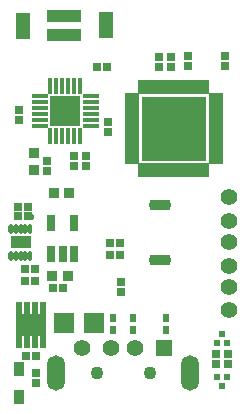
<source format=gts>
G04*
G04 #@! TF.GenerationSoftware,Altium Limited,Altium Designer,20.0.2 (26)*
G04*
G04 Layer_Color=8388736*
%FSLAX44Y44*%
%MOMM*%
G71*
G01*
G75*
G04:AMPARAMS|DCode=44|XSize=0.9032mm|YSize=0.4232mm|CornerRadius=0.1621mm|HoleSize=0mm|Usage=FLASHONLY|Rotation=270.000|XOffset=0mm|YOffset=0mm|HoleType=Round|Shape=RoundedRectangle|*
%AMROUNDEDRECTD44*
21,1,0.9032,0.0990,0,0,270.0*
21,1,0.5790,0.4232,0,0,270.0*
1,1,0.3242,-0.0495,-0.2895*
1,1,0.3242,-0.0495,0.2895*
1,1,0.3242,0.0495,0.2895*
1,1,0.3242,0.0495,-0.2895*
%
%ADD44ROUNDEDRECTD44*%
%ADD45R,1.7032X1.1032*%
%ADD46R,0.7532X0.7332*%
%ADD47R,0.8032X1.3532*%
%ADD48R,0.9032X1.2782*%
%ADD49R,2.6332X2.6332*%
%ADD50R,1.3972X0.4532*%
%ADD51R,0.4532X1.3972*%
%ADD52R,1.3970X0.4532*%
%ADD53R,0.5532X1.2032*%
%ADD54R,1.2032X0.5532*%
%ADD55R,5.5032X5.5032*%
%ADD56R,1.7032X1.7032*%
%ADD57R,0.5032X0.7032*%
G04:AMPARAMS|DCode=58|XSize=1.8032mm|YSize=0.9032mm|CornerRadius=0.2766mm|HoleSize=0mm|Usage=FLASHONLY|Rotation=180.000|XOffset=0mm|YOffset=0mm|HoleType=Round|Shape=RoundedRectangle|*
%AMROUNDEDRECTD58*
21,1,1.8032,0.3500,0,0,180.0*
21,1,1.2500,0.9032,0,0,180.0*
1,1,0.5532,-0.6250,0.1750*
1,1,0.5532,0.6250,0.1750*
1,1,0.5532,0.6250,-0.1750*
1,1,0.5532,-0.6250,-0.1750*
%
%ADD58ROUNDEDRECTD58*%
%ADD59R,0.7332X0.7532*%
%ADD60R,0.7532X0.7332*%
%ADD61R,0.7332X0.7532*%
%ADD62R,1.2032X2.2032*%
%ADD63R,3.0032X1.0032*%
%ADD64R,0.5532X1.0532*%
%ADD65R,2.6032X1.8532*%
%ADD66R,0.4700X0.6000*%
%ADD67R,0.5700X0.6000*%
%ADD68R,0.9652X0.9652*%
%ADD69C,0.2032*%
%ADD70O,1.5000X3.0000*%
%ADD71C,1.1000*%
%ADD72R,1.4200X1.4200*%
%ADD73C,1.4200*%
%ADD74C,1.4032*%
%ADD75C,0.5842*%
G36*
X9993Y68836D02*
D01*
D01*
D01*
D01*
D01*
D01*
D01*
D01*
D02*
G37*
G36*
X33993D02*
D01*
D01*
D01*
D01*
D01*
D01*
D01*
D01*
D02*
G37*
D44*
X21208Y127475D02*
D03*
X5208Y149893D02*
D03*
X9208D02*
D03*
X13208D02*
D03*
X17208D02*
D03*
X21208D02*
D03*
X17208Y127475D02*
D03*
X13208D02*
D03*
X9208D02*
D03*
X5208D02*
D03*
D45*
X13208Y138811D02*
D03*
D46*
X97014Y138387D02*
D03*
X88634D02*
D03*
X88652Y128339D02*
D03*
X97032D02*
D03*
X26542Y42926D02*
D03*
X18162D02*
D03*
X11304Y160782D02*
D03*
X19684D02*
D03*
Y168910D02*
D03*
X11304D02*
D03*
X25272Y106172D02*
D03*
X16892D02*
D03*
Y116332D02*
D03*
X25272D02*
D03*
D47*
X39268Y128986D02*
D03*
X48768D02*
D03*
X58268D02*
D03*
Y154986D02*
D03*
X39268D02*
D03*
D48*
X12246Y31432D02*
D03*
Y8192D02*
D03*
D49*
X51000Y249990D02*
D03*
D50*
X29530Y237490D02*
D03*
Y242490D02*
D03*
Y247490D02*
D03*
Y252490D02*
D03*
Y257490D02*
D03*
Y262490D02*
D03*
X72470Y257490D02*
D03*
Y252490D02*
D03*
Y247490D02*
D03*
Y242490D02*
D03*
Y237490D02*
D03*
D51*
X38500Y271460D02*
D03*
X43500D02*
D03*
X48500D02*
D03*
X53500D02*
D03*
X58500D02*
D03*
X63500D02*
D03*
Y228520D02*
D03*
X58500D02*
D03*
X53500D02*
D03*
X48500D02*
D03*
X43500D02*
D03*
X38500D02*
D03*
D52*
X72471Y262490D02*
D03*
D53*
X170426Y270490D02*
D03*
X165426D02*
D03*
X160426D02*
D03*
X155426D02*
D03*
X150426D02*
D03*
X145426D02*
D03*
X140426D02*
D03*
X135426D02*
D03*
X130426D02*
D03*
X125426D02*
D03*
X120426D02*
D03*
X115426D02*
D03*
Y199690D02*
D03*
X120426D02*
D03*
X125426D02*
D03*
X130426D02*
D03*
X135426D02*
D03*
X140426D02*
D03*
X145426D02*
D03*
X150426D02*
D03*
X155426D02*
D03*
X160426D02*
D03*
X165426D02*
D03*
X170426D02*
D03*
D54*
X107526Y262590D02*
D03*
Y257590D02*
D03*
Y252590D02*
D03*
Y247590D02*
D03*
Y242590D02*
D03*
Y237590D02*
D03*
Y232590D02*
D03*
Y227590D02*
D03*
Y222590D02*
D03*
Y217590D02*
D03*
Y212590D02*
D03*
Y207590D02*
D03*
X178326D02*
D03*
Y212590D02*
D03*
Y217590D02*
D03*
Y222590D02*
D03*
Y227590D02*
D03*
Y232590D02*
D03*
Y237590D02*
D03*
Y242590D02*
D03*
Y247590D02*
D03*
Y252590D02*
D03*
Y257590D02*
D03*
Y262590D02*
D03*
D55*
X142926Y235090D02*
D03*
D56*
X49911Y70536D02*
D03*
X75311D02*
D03*
D57*
X108458Y64850D02*
D03*
Y74850D02*
D03*
X91440Y64850D02*
D03*
Y74850D02*
D03*
X135890Y64850D02*
D03*
Y74850D02*
D03*
D58*
X131572Y123952D02*
D03*
Y170180D02*
D03*
D59*
X25971Y27881D02*
D03*
Y19501D02*
D03*
X154610Y296137D02*
D03*
Y287757D02*
D03*
X186262D02*
D03*
Y296137D02*
D03*
X12116Y242444D02*
D03*
Y250824D02*
D03*
X130480Y287556D02*
D03*
Y295936D02*
D03*
X68718Y203558D02*
D03*
Y211938D02*
D03*
X86948Y240597D02*
D03*
Y232217D02*
D03*
D60*
X40768Y100330D02*
D03*
X49148D02*
D03*
X77852Y287020D02*
D03*
X86232D02*
D03*
D61*
X98044Y104902D02*
D03*
Y96522D02*
D03*
X178718Y36160D02*
D03*
Y44540D02*
D03*
X188573D02*
D03*
Y36160D02*
D03*
X140132Y287656D02*
D03*
Y296036D02*
D03*
X58500Y211938D02*
D03*
Y203558D02*
D03*
X35560Y207898D02*
D03*
Y199518D02*
D03*
D62*
X15292Y322326D02*
D03*
X85292Y322580D02*
D03*
D63*
X50292Y330730D02*
D03*
Y314430D02*
D03*
D64*
X12243Y83586D02*
D03*
X31743Y54086D02*
D03*
X25243D02*
D03*
X12243D02*
D03*
X18743D02*
D03*
Y83586D02*
D03*
X25243D02*
D03*
X31743D02*
D03*
D65*
X21993Y68836D02*
D03*
D66*
X179301Y25013D02*
D03*
X187676D02*
D03*
Y53398D02*
D03*
X179676D02*
D03*
D67*
X183676Y17013D02*
D03*
Y61398D02*
D03*
D68*
X53406Y110236D02*
D03*
X40066D02*
D03*
X41082Y180162D02*
D03*
X54422D02*
D03*
X24689Y199970D02*
D03*
Y214710D02*
D03*
D69*
X131000Y249990D02*
D03*
X51000D02*
D03*
D70*
X157000Y28500D02*
D03*
X43000D02*
D03*
D71*
X122500D02*
D03*
X77500D02*
D03*
D72*
X135000Y49500D02*
D03*
D73*
X110000D02*
D03*
X90000D02*
D03*
X65000D02*
D03*
D74*
X189962Y101247D02*
D03*
Y81247D02*
D03*
Y139093D02*
D03*
Y119027D02*
D03*
Y176883D02*
D03*
Y156817D02*
D03*
D75*
X22197Y160592D02*
D03*
M02*

</source>
